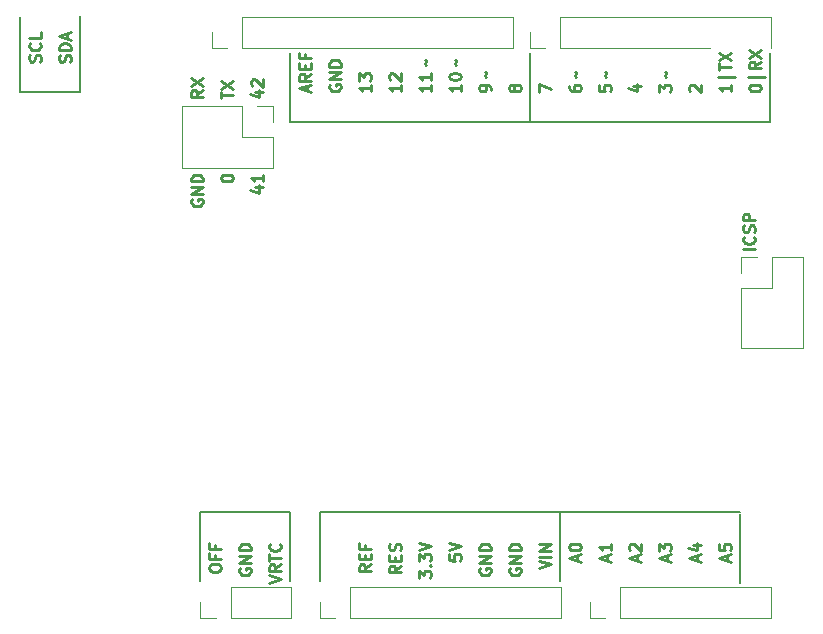
<source format=gbr>
%TF.GenerationSoftware,KiCad,Pcbnew,(6.0.10)*%
%TF.CreationDate,2023-07-13T12:22:52-04:00*%
%TF.ProjectId,ArduinoUnoR4Shield,41726475-696e-46f5-956e-6f5234536869,1.0*%
%TF.SameCoordinates,Original*%
%TF.FileFunction,Legend,Top*%
%TF.FilePolarity,Positive*%
%FSLAX46Y46*%
G04 Gerber Fmt 4.6, Leading zero omitted, Abs format (unit mm)*
G04 Created by KiCad (PCBNEW (6.0.10)) date 2023-07-13 12:22:52*
%MOMM*%
%LPD*%
G01*
G04 APERTURE LIST*
%ADD10C,0.150000*%
%ADD11C,0.250000*%
%ADD12C,0.120000*%
G04 APERTURE END LIST*
D10*
X123190000Y-109220000D02*
X123190000Y-115062000D01*
X153670000Y-109220000D02*
X153670000Y-115062000D01*
X130810000Y-109220000D02*
X123190000Y-109220000D01*
X151130000Y-76200000D02*
X151130000Y-70358000D01*
X130810000Y-109220000D02*
X130810000Y-115062000D01*
X171450000Y-76200000D02*
X171450000Y-70358000D01*
X133350000Y-115062000D02*
X133350000Y-109220000D01*
X113030000Y-73660000D02*
X107950000Y-73660000D01*
X153670000Y-109220000D02*
X168910000Y-109220000D01*
X130810000Y-76200000D02*
X130810000Y-70358000D01*
X107950000Y-73660000D02*
X107950000Y-67310000D01*
X171450000Y-76200000D02*
X151130000Y-76200000D01*
X133350000Y-109220000D02*
X153670000Y-109220000D01*
X168910000Y-109347000D02*
X168910000Y-115189000D01*
X151130000Y-76200000D02*
X130810000Y-76200000D01*
X113030000Y-73533000D02*
X113030000Y-67183000D01*
D11*
X162012380Y-73608642D02*
X162012380Y-72989595D01*
X162393333Y-73322928D01*
X162393333Y-73180071D01*
X162440952Y-73084833D01*
X162488571Y-73037214D01*
X162583809Y-72989595D01*
X162821904Y-72989595D01*
X162917142Y-73037214D01*
X162964761Y-73084833D01*
X163012380Y-73180071D01*
X163012380Y-73465785D01*
X162964761Y-73561023D01*
X162917142Y-73608642D01*
X160186666Y-113287547D02*
X160186666Y-112811357D01*
X160472380Y-113382785D02*
X159472380Y-113049452D01*
X160472380Y-112716119D01*
X159567619Y-112430404D02*
X159520000Y-112382785D01*
X159472380Y-112287547D01*
X159472380Y-112049452D01*
X159520000Y-111954214D01*
X159567619Y-111906595D01*
X159662857Y-111858976D01*
X159758095Y-111858976D01*
X159900952Y-111906595D01*
X160472380Y-112478023D01*
X160472380Y-111858976D01*
X112164761Y-71064285D02*
X112212380Y-70921428D01*
X112212380Y-70683333D01*
X112164761Y-70588095D01*
X112117142Y-70540476D01*
X112021904Y-70492857D01*
X111926666Y-70492857D01*
X111831428Y-70540476D01*
X111783809Y-70588095D01*
X111736190Y-70683333D01*
X111688571Y-70873809D01*
X111640952Y-70969047D01*
X111593333Y-71016666D01*
X111498095Y-71064285D01*
X111402857Y-71064285D01*
X111307619Y-71016666D01*
X111260000Y-70969047D01*
X111212380Y-70873809D01*
X111212380Y-70635714D01*
X111260000Y-70492857D01*
X112212380Y-70064285D02*
X111212380Y-70064285D01*
X111212380Y-69826190D01*
X111260000Y-69683333D01*
X111355238Y-69588095D01*
X111450476Y-69540476D01*
X111640952Y-69492857D01*
X111783809Y-69492857D01*
X111974285Y-69540476D01*
X112069523Y-69588095D01*
X112164761Y-69683333D01*
X112212380Y-69826190D01*
X112212380Y-70064285D01*
X111926666Y-69111904D02*
X111926666Y-68635714D01*
X112212380Y-69207142D02*
X111212380Y-68873809D01*
X112212380Y-68540476D01*
X156932380Y-73037214D02*
X156932380Y-73513404D01*
X157408571Y-73561023D01*
X157360952Y-73513404D01*
X157313333Y-73418166D01*
X157313333Y-73180071D01*
X157360952Y-73084833D01*
X157408571Y-73037214D01*
X157503809Y-72989595D01*
X157741904Y-72989595D01*
X157837142Y-73037214D01*
X157884761Y-73084833D01*
X157932380Y-73180071D01*
X157932380Y-73418166D01*
X157884761Y-73513404D01*
X157837142Y-73561023D01*
X145232380Y-72989595D02*
X145232380Y-73561023D01*
X145232380Y-73275309D02*
X144232380Y-73275309D01*
X144375238Y-73370547D01*
X144470476Y-73465785D01*
X144518095Y-73561023D01*
X144232380Y-72370547D02*
X144232380Y-72275309D01*
X144280000Y-72180071D01*
X144327619Y-72132452D01*
X144422857Y-72084833D01*
X144613333Y-72037214D01*
X144851428Y-72037214D01*
X145041904Y-72084833D01*
X145137142Y-72132452D01*
X145184761Y-72180071D01*
X145232380Y-72275309D01*
X145232380Y-72370547D01*
X145184761Y-72465785D01*
X145137142Y-72513404D01*
X145041904Y-72561023D01*
X144851428Y-72608642D01*
X144613333Y-72608642D01*
X144422857Y-72561023D01*
X144327619Y-72513404D01*
X144280000Y-72465785D01*
X144232380Y-72370547D01*
X134120000Y-72989595D02*
X134072380Y-73084833D01*
X134072380Y-73227690D01*
X134120000Y-73370547D01*
X134215238Y-73465785D01*
X134310476Y-73513404D01*
X134500952Y-73561023D01*
X134643809Y-73561023D01*
X134834285Y-73513404D01*
X134929523Y-73465785D01*
X135024761Y-73370547D01*
X135072380Y-73227690D01*
X135072380Y-73132452D01*
X135024761Y-72989595D01*
X134977142Y-72941976D01*
X134643809Y-72941976D01*
X134643809Y-73132452D01*
X135072380Y-72513404D02*
X134072380Y-72513404D01*
X135072380Y-71941976D01*
X134072380Y-71941976D01*
X135072380Y-71465785D02*
X134072380Y-71465785D01*
X134072380Y-71227690D01*
X134120000Y-71084833D01*
X134215238Y-70989595D01*
X134310476Y-70941976D01*
X134500952Y-70894357D01*
X134643809Y-70894357D01*
X134834285Y-70941976D01*
X134929523Y-70989595D01*
X135024761Y-71084833D01*
X135072380Y-71227690D01*
X135072380Y-71465785D01*
X144851428Y-71370261D02*
X144803809Y-71322642D01*
X144756190Y-71227404D01*
X144851428Y-71036928D01*
X144803809Y-70941690D01*
X144756190Y-70894071D01*
X126500000Y-113954214D02*
X126452380Y-114049452D01*
X126452380Y-114192309D01*
X126500000Y-114335166D01*
X126595238Y-114430404D01*
X126690476Y-114478023D01*
X126880952Y-114525642D01*
X127023809Y-114525642D01*
X127214285Y-114478023D01*
X127309523Y-114430404D01*
X127404761Y-114335166D01*
X127452380Y-114192309D01*
X127452380Y-114097071D01*
X127404761Y-113954214D01*
X127357142Y-113906595D01*
X127023809Y-113906595D01*
X127023809Y-114097071D01*
X127452380Y-113478023D02*
X126452380Y-113478023D01*
X127452380Y-112906595D01*
X126452380Y-112906595D01*
X127452380Y-112430404D02*
X126452380Y-112430404D01*
X126452380Y-112192309D01*
X126500000Y-112049452D01*
X126595238Y-111954214D01*
X126690476Y-111906595D01*
X126880952Y-111858976D01*
X127023809Y-111858976D01*
X127214285Y-111906595D01*
X127309523Y-111954214D01*
X127404761Y-112049452D01*
X127452380Y-112192309D01*
X127452380Y-112430404D01*
X137612380Y-113620880D02*
X137136190Y-113954214D01*
X137612380Y-114192309D02*
X136612380Y-114192309D01*
X136612380Y-113811357D01*
X136660000Y-113716119D01*
X136707619Y-113668500D01*
X136802857Y-113620880D01*
X136945714Y-113620880D01*
X137040952Y-113668500D01*
X137088571Y-113716119D01*
X137136190Y-113811357D01*
X137136190Y-114192309D01*
X137088571Y-113192309D02*
X137088571Y-112858976D01*
X137612380Y-112716119D02*
X137612380Y-113192309D01*
X136612380Y-113192309D01*
X136612380Y-112716119D01*
X137088571Y-111954214D02*
X137088571Y-112287547D01*
X137612380Y-112287547D02*
X136612380Y-112287547D01*
X136612380Y-111811357D01*
X147391428Y-72386261D02*
X147343809Y-72338642D01*
X147296190Y-72243404D01*
X147391428Y-72052928D01*
X147343809Y-71957690D01*
X147296190Y-71910071D01*
X127801714Y-73592833D02*
X128468380Y-73592833D01*
X127420761Y-73830928D02*
X128135047Y-74069023D01*
X128135047Y-73449976D01*
X127563619Y-73116642D02*
X127516000Y-73069023D01*
X127468380Y-72973785D01*
X127468380Y-72735690D01*
X127516000Y-72640452D01*
X127563619Y-72592833D01*
X127658857Y-72545214D01*
X127754095Y-72545214D01*
X127896952Y-72592833D01*
X128468380Y-73164261D01*
X128468380Y-72545214D01*
X137612380Y-72989595D02*
X137612380Y-73561023D01*
X137612380Y-73275309D02*
X136612380Y-73275309D01*
X136755238Y-73370547D01*
X136850476Y-73465785D01*
X136898095Y-73561023D01*
X136612380Y-72656261D02*
X136612380Y-72037214D01*
X136993333Y-72370547D01*
X136993333Y-72227690D01*
X137040952Y-72132452D01*
X137088571Y-72084833D01*
X137183809Y-72037214D01*
X137421904Y-72037214D01*
X137517142Y-72084833D01*
X137564761Y-72132452D01*
X137612380Y-72227690D01*
X137612380Y-72513404D01*
X137564761Y-72608642D01*
X137517142Y-72656261D01*
X122436000Y-82712214D02*
X122388380Y-82807452D01*
X122388380Y-82950309D01*
X122436000Y-83093166D01*
X122531238Y-83188404D01*
X122626476Y-83236023D01*
X122816952Y-83283642D01*
X122959809Y-83283642D01*
X123150285Y-83236023D01*
X123245523Y-83188404D01*
X123340761Y-83093166D01*
X123388380Y-82950309D01*
X123388380Y-82855071D01*
X123340761Y-82712214D01*
X123293142Y-82664595D01*
X122959809Y-82664595D01*
X122959809Y-82855071D01*
X123388380Y-82236023D02*
X122388380Y-82236023D01*
X123388380Y-81664595D01*
X122388380Y-81664595D01*
X123388380Y-81188404D02*
X122388380Y-81188404D01*
X122388380Y-80950309D01*
X122436000Y-80807452D01*
X122531238Y-80712214D01*
X122626476Y-80664595D01*
X122816952Y-80616976D01*
X122959809Y-80616976D01*
X123150285Y-80664595D01*
X123245523Y-80712214D01*
X123340761Y-80807452D01*
X123388380Y-80950309D01*
X123388380Y-81188404D01*
X123388380Y-73449976D02*
X122912190Y-73783309D01*
X123388380Y-74021404D02*
X122388380Y-74021404D01*
X122388380Y-73640452D01*
X122436000Y-73545214D01*
X122483619Y-73497595D01*
X122578857Y-73449976D01*
X122721714Y-73449976D01*
X122816952Y-73497595D01*
X122864571Y-73545214D01*
X122912190Y-73640452D01*
X122912190Y-74021404D01*
X122388380Y-73116642D02*
X123388380Y-72449976D01*
X122388380Y-72449976D02*
X123388380Y-73116642D01*
X127801714Y-81664595D02*
X128468380Y-81664595D01*
X127420761Y-81902690D02*
X128135047Y-82140785D01*
X128135047Y-81521738D01*
X128468380Y-80616976D02*
X128468380Y-81188404D01*
X128468380Y-80902690D02*
X127468380Y-80902690D01*
X127611238Y-80997928D01*
X127706476Y-81093166D01*
X127754095Y-81188404D01*
X159805714Y-73084833D02*
X160472380Y-73084833D01*
X159424761Y-73322928D02*
X160139047Y-73561023D01*
X160139047Y-72941976D01*
X151852380Y-73608642D02*
X151852380Y-72941976D01*
X152852380Y-73370547D01*
X141692380Y-114763738D02*
X141692380Y-114144690D01*
X142073333Y-114478023D01*
X142073333Y-114335166D01*
X142120952Y-114239928D01*
X142168571Y-114192309D01*
X142263809Y-114144690D01*
X142501904Y-114144690D01*
X142597142Y-114192309D01*
X142644761Y-114239928D01*
X142692380Y-114335166D01*
X142692380Y-114620880D01*
X142644761Y-114716119D01*
X142597142Y-114763738D01*
X142597142Y-113716119D02*
X142644761Y-113668500D01*
X142692380Y-113716119D01*
X142644761Y-113763738D01*
X142597142Y-113716119D01*
X142692380Y-113716119D01*
X141692380Y-113335166D02*
X141692380Y-112716119D01*
X142073333Y-113049452D01*
X142073333Y-112906595D01*
X142120952Y-112811357D01*
X142168571Y-112763738D01*
X142263809Y-112716119D01*
X142501904Y-112716119D01*
X142597142Y-112763738D01*
X142644761Y-112811357D01*
X142692380Y-112906595D01*
X142692380Y-113192309D01*
X142644761Y-113287547D01*
X142597142Y-113335166D01*
X141692380Y-112430404D02*
X142692380Y-112097071D01*
X141692380Y-111763738D01*
X132246666Y-73561023D02*
X132246666Y-73084833D01*
X132532380Y-73656261D02*
X131532380Y-73322928D01*
X132532380Y-72989595D01*
X132532380Y-72084833D02*
X132056190Y-72418166D01*
X132532380Y-72656261D02*
X131532380Y-72656261D01*
X131532380Y-72275309D01*
X131580000Y-72180071D01*
X131627619Y-72132452D01*
X131722857Y-72084833D01*
X131865714Y-72084833D01*
X131960952Y-72132452D01*
X132008571Y-72180071D01*
X132056190Y-72275309D01*
X132056190Y-72656261D01*
X132008571Y-71656261D02*
X132008571Y-71322928D01*
X132532380Y-71180071D02*
X132532380Y-71656261D01*
X131532380Y-71656261D01*
X131532380Y-71180071D01*
X132008571Y-70418166D02*
X132008571Y-70751500D01*
X132532380Y-70751500D02*
X131532380Y-70751500D01*
X131532380Y-70275309D01*
X149740952Y-73370547D02*
X149693333Y-73465785D01*
X149645714Y-73513404D01*
X149550476Y-73561023D01*
X149502857Y-73561023D01*
X149407619Y-73513404D01*
X149360000Y-73465785D01*
X149312380Y-73370547D01*
X149312380Y-73180071D01*
X149360000Y-73084833D01*
X149407619Y-73037214D01*
X149502857Y-72989595D01*
X149550476Y-72989595D01*
X149645714Y-73037214D01*
X149693333Y-73084833D01*
X149740952Y-73180071D01*
X149740952Y-73370547D01*
X149788571Y-73465785D01*
X149836190Y-73513404D01*
X149931428Y-73561023D01*
X150121904Y-73561023D01*
X150217142Y-73513404D01*
X150264761Y-73465785D01*
X150312380Y-73370547D01*
X150312380Y-73180071D01*
X150264761Y-73084833D01*
X150217142Y-73037214D01*
X150121904Y-72989595D01*
X149931428Y-72989595D01*
X149836190Y-73037214D01*
X149788571Y-73084833D01*
X149740952Y-73180071D01*
X157646666Y-113287547D02*
X157646666Y-112811357D01*
X157932380Y-113382785D02*
X156932380Y-113049452D01*
X157932380Y-112716119D01*
X157932380Y-111858976D02*
X157932380Y-112430404D01*
X157932380Y-112144690D02*
X156932380Y-112144690D01*
X157075238Y-112239928D01*
X157170476Y-112335166D01*
X157218095Y-112430404D01*
X168092380Y-72989595D02*
X168092380Y-73561023D01*
X168092380Y-73275309D02*
X167092380Y-73275309D01*
X167235238Y-73370547D01*
X167330476Y-73465785D01*
X167378095Y-73561023D01*
X168425714Y-72322928D02*
X166997142Y-72322928D01*
X167092380Y-71751500D02*
X167092380Y-71180071D01*
X168092380Y-71465785D02*
X167092380Y-71465785D01*
X167092380Y-70941976D02*
X168092380Y-70275309D01*
X167092380Y-70275309D02*
X168092380Y-70941976D01*
X155106666Y-113287547D02*
X155106666Y-112811357D01*
X155392380Y-113382785D02*
X154392380Y-113049452D01*
X155392380Y-112716119D01*
X154392380Y-112192309D02*
X154392380Y-112097071D01*
X154440000Y-112001833D01*
X154487619Y-111954214D01*
X154582857Y-111906595D01*
X154773333Y-111858976D01*
X155011428Y-111858976D01*
X155201904Y-111906595D01*
X155297142Y-111954214D01*
X155344761Y-112001833D01*
X155392380Y-112097071D01*
X155392380Y-112192309D01*
X155344761Y-112287547D01*
X155297142Y-112335166D01*
X155201904Y-112382785D01*
X155011428Y-112430404D01*
X154773333Y-112430404D01*
X154582857Y-112382785D01*
X154487619Y-112335166D01*
X154440000Y-112287547D01*
X154392380Y-112192309D01*
X124928380Y-74164261D02*
X124928380Y-73592833D01*
X125928380Y-73878547D02*
X124928380Y-73878547D01*
X124928380Y-73354738D02*
X125928380Y-72688071D01*
X124928380Y-72688071D02*
X125928380Y-73354738D01*
X151852380Y-113954214D02*
X152852380Y-113620880D01*
X151852380Y-113287547D01*
X152852380Y-112954214D02*
X151852380Y-112954214D01*
X152852380Y-112478023D02*
X151852380Y-112478023D01*
X152852380Y-111906595D01*
X151852380Y-111906595D01*
X146820000Y-113954214D02*
X146772380Y-114049452D01*
X146772380Y-114192309D01*
X146820000Y-114335166D01*
X146915238Y-114430404D01*
X147010476Y-114478023D01*
X147200952Y-114525642D01*
X147343809Y-114525642D01*
X147534285Y-114478023D01*
X147629523Y-114430404D01*
X147724761Y-114335166D01*
X147772380Y-114192309D01*
X147772380Y-114097071D01*
X147724761Y-113954214D01*
X147677142Y-113906595D01*
X147343809Y-113906595D01*
X147343809Y-114097071D01*
X147772380Y-113478023D02*
X146772380Y-113478023D01*
X147772380Y-112906595D01*
X146772380Y-112906595D01*
X147772380Y-112430404D02*
X146772380Y-112430404D01*
X146772380Y-112192309D01*
X146820000Y-112049452D01*
X146915238Y-111954214D01*
X147010476Y-111906595D01*
X147200952Y-111858976D01*
X147343809Y-111858976D01*
X147534285Y-111906595D01*
X147629523Y-111954214D01*
X147724761Y-112049452D01*
X147772380Y-112192309D01*
X147772380Y-112430404D01*
X157551428Y-72386261D02*
X157503809Y-72338642D01*
X157456190Y-72243404D01*
X157551428Y-72052928D01*
X157503809Y-71957690D01*
X157456190Y-71910071D01*
X164647619Y-73561023D02*
X164600000Y-73513404D01*
X164552380Y-73418166D01*
X164552380Y-73180071D01*
X164600000Y-73084833D01*
X164647619Y-73037214D01*
X164742857Y-72989595D01*
X164838095Y-72989595D01*
X164980952Y-73037214D01*
X165552380Y-73608642D01*
X165552380Y-72989595D01*
X147772380Y-73465785D02*
X147772380Y-73275309D01*
X147724761Y-73180071D01*
X147677142Y-73132452D01*
X147534285Y-73037214D01*
X147343809Y-72989595D01*
X146962857Y-72989595D01*
X146867619Y-73037214D01*
X146820000Y-73084833D01*
X146772380Y-73180071D01*
X146772380Y-73370547D01*
X146820000Y-73465785D01*
X146867619Y-73513404D01*
X146962857Y-73561023D01*
X147200952Y-73561023D01*
X147296190Y-73513404D01*
X147343809Y-73465785D01*
X147391428Y-73370547D01*
X147391428Y-73180071D01*
X147343809Y-73084833D01*
X147296190Y-73037214D01*
X147200952Y-72989595D01*
X142311428Y-71370261D02*
X142263809Y-71322642D01*
X142216190Y-71227404D01*
X142311428Y-71036928D01*
X142263809Y-70941690D01*
X142216190Y-70894071D01*
X162631428Y-72386261D02*
X162583809Y-72338642D01*
X162536190Y-72243404D01*
X162631428Y-72052928D01*
X162583809Y-71957690D01*
X162536190Y-71910071D01*
X144232380Y-112763738D02*
X144232380Y-113239928D01*
X144708571Y-113287547D01*
X144660952Y-113239928D01*
X144613333Y-113144690D01*
X144613333Y-112906595D01*
X144660952Y-112811357D01*
X144708571Y-112763738D01*
X144803809Y-112716119D01*
X145041904Y-112716119D01*
X145137142Y-112763738D01*
X145184761Y-112811357D01*
X145232380Y-112906595D01*
X145232380Y-113144690D01*
X145184761Y-113239928D01*
X145137142Y-113287547D01*
X144232380Y-112430404D02*
X145232380Y-112097071D01*
X144232380Y-111763738D01*
X142692380Y-72989595D02*
X142692380Y-73561023D01*
X142692380Y-73275309D02*
X141692380Y-73275309D01*
X141835238Y-73370547D01*
X141930476Y-73465785D01*
X141978095Y-73561023D01*
X142692380Y-72037214D02*
X142692380Y-72608642D01*
X142692380Y-72322928D02*
X141692380Y-72322928D01*
X141835238Y-72418166D01*
X141930476Y-72513404D01*
X141978095Y-72608642D01*
X140152380Y-72989595D02*
X140152380Y-73561023D01*
X140152380Y-73275309D02*
X139152380Y-73275309D01*
X139295238Y-73370547D01*
X139390476Y-73465785D01*
X139438095Y-73561023D01*
X139247619Y-72608642D02*
X139200000Y-72561023D01*
X139152380Y-72465785D01*
X139152380Y-72227690D01*
X139200000Y-72132452D01*
X139247619Y-72084833D01*
X139342857Y-72037214D01*
X139438095Y-72037214D01*
X139580952Y-72084833D01*
X140152380Y-72656261D01*
X140152380Y-72037214D01*
X140152380Y-113716119D02*
X139676190Y-114049452D01*
X140152380Y-114287547D02*
X139152380Y-114287547D01*
X139152380Y-113906595D01*
X139200000Y-113811357D01*
X139247619Y-113763738D01*
X139342857Y-113716119D01*
X139485714Y-113716119D01*
X139580952Y-113763738D01*
X139628571Y-113811357D01*
X139676190Y-113906595D01*
X139676190Y-114287547D01*
X139628571Y-113287547D02*
X139628571Y-112954214D01*
X140152380Y-112811357D02*
X140152380Y-113287547D01*
X139152380Y-113287547D01*
X139152380Y-112811357D01*
X140104761Y-112430404D02*
X140152380Y-112287547D01*
X140152380Y-112049452D01*
X140104761Y-111954214D01*
X140057142Y-111906595D01*
X139961904Y-111858976D01*
X139866666Y-111858976D01*
X139771428Y-111906595D01*
X139723809Y-111954214D01*
X139676190Y-112049452D01*
X139628571Y-112239928D01*
X139580952Y-112335166D01*
X139533333Y-112382785D01*
X139438095Y-112430404D01*
X139342857Y-112430404D01*
X139247619Y-112382785D01*
X139200000Y-112335166D01*
X139152380Y-112239928D01*
X139152380Y-112001833D01*
X139200000Y-111858976D01*
X165266666Y-113287547D02*
X165266666Y-112811357D01*
X165552380Y-113382785D02*
X164552380Y-113049452D01*
X165552380Y-112716119D01*
X164885714Y-111954214D02*
X165552380Y-111954214D01*
X164504761Y-112192309D02*
X165219047Y-112430404D01*
X165219047Y-111811357D01*
X123912380Y-114001833D02*
X123912380Y-113811357D01*
X123960000Y-113716119D01*
X124055238Y-113620880D01*
X124245714Y-113573261D01*
X124579047Y-113573261D01*
X124769523Y-113620880D01*
X124864761Y-113716119D01*
X124912380Y-113811357D01*
X124912380Y-114001833D01*
X124864761Y-114097071D01*
X124769523Y-114192309D01*
X124579047Y-114239928D01*
X124245714Y-114239928D01*
X124055238Y-114192309D01*
X123960000Y-114097071D01*
X123912380Y-114001833D01*
X124388571Y-112811357D02*
X124388571Y-113144690D01*
X124912380Y-113144690D02*
X123912380Y-113144690D01*
X123912380Y-112668500D01*
X124388571Y-111954214D02*
X124388571Y-112287547D01*
X124912380Y-112287547D02*
X123912380Y-112287547D01*
X123912380Y-111811357D01*
X169632380Y-73322928D02*
X169632380Y-73227690D01*
X169680000Y-73132452D01*
X169727619Y-73084833D01*
X169822857Y-73037214D01*
X170013333Y-72989595D01*
X170251428Y-72989595D01*
X170441904Y-73037214D01*
X170537142Y-73084833D01*
X170584761Y-73132452D01*
X170632380Y-73227690D01*
X170632380Y-73322928D01*
X170584761Y-73418166D01*
X170537142Y-73465785D01*
X170441904Y-73513404D01*
X170251428Y-73561023D01*
X170013333Y-73561023D01*
X169822857Y-73513404D01*
X169727619Y-73465785D01*
X169680000Y-73418166D01*
X169632380Y-73322928D01*
X170965714Y-72322928D02*
X169537142Y-72322928D01*
X170632380Y-71037214D02*
X170156190Y-71370547D01*
X170632380Y-71608642D02*
X169632380Y-71608642D01*
X169632380Y-71227690D01*
X169680000Y-71132452D01*
X169727619Y-71084833D01*
X169822857Y-71037214D01*
X169965714Y-71037214D01*
X170060952Y-71084833D01*
X170108571Y-71132452D01*
X170156190Y-71227690D01*
X170156190Y-71608642D01*
X169632380Y-70703880D02*
X170632380Y-70037214D01*
X169632380Y-70037214D02*
X170632380Y-70703880D01*
X154392380Y-73084833D02*
X154392380Y-73275309D01*
X154440000Y-73370547D01*
X154487619Y-73418166D01*
X154630476Y-73513404D01*
X154820952Y-73561023D01*
X155201904Y-73561023D01*
X155297142Y-73513404D01*
X155344761Y-73465785D01*
X155392380Y-73370547D01*
X155392380Y-73180071D01*
X155344761Y-73084833D01*
X155297142Y-73037214D01*
X155201904Y-72989595D01*
X154963809Y-72989595D01*
X154868571Y-73037214D01*
X154820952Y-73084833D01*
X154773333Y-73180071D01*
X154773333Y-73370547D01*
X154820952Y-73465785D01*
X154868571Y-73513404D01*
X154963809Y-73561023D01*
X149360000Y-113954214D02*
X149312380Y-114049452D01*
X149312380Y-114192309D01*
X149360000Y-114335166D01*
X149455238Y-114430404D01*
X149550476Y-114478023D01*
X149740952Y-114525642D01*
X149883809Y-114525642D01*
X150074285Y-114478023D01*
X150169523Y-114430404D01*
X150264761Y-114335166D01*
X150312380Y-114192309D01*
X150312380Y-114097071D01*
X150264761Y-113954214D01*
X150217142Y-113906595D01*
X149883809Y-113906595D01*
X149883809Y-114097071D01*
X150312380Y-113478023D02*
X149312380Y-113478023D01*
X150312380Y-112906595D01*
X149312380Y-112906595D01*
X150312380Y-112430404D02*
X149312380Y-112430404D01*
X149312380Y-112192309D01*
X149360000Y-112049452D01*
X149455238Y-111954214D01*
X149550476Y-111906595D01*
X149740952Y-111858976D01*
X149883809Y-111858976D01*
X150074285Y-111906595D01*
X150169523Y-111954214D01*
X150264761Y-112049452D01*
X150312380Y-112192309D01*
X150312380Y-112430404D01*
X170124380Y-86918976D02*
X169124380Y-86918976D01*
X170029142Y-85871357D02*
X170076761Y-85918976D01*
X170124380Y-86061833D01*
X170124380Y-86157071D01*
X170076761Y-86299928D01*
X169981523Y-86395166D01*
X169886285Y-86442785D01*
X169695809Y-86490404D01*
X169552952Y-86490404D01*
X169362476Y-86442785D01*
X169267238Y-86395166D01*
X169172000Y-86299928D01*
X169124380Y-86157071D01*
X169124380Y-86061833D01*
X169172000Y-85918976D01*
X169219619Y-85871357D01*
X170076761Y-85490404D02*
X170124380Y-85347547D01*
X170124380Y-85109452D01*
X170076761Y-85014214D01*
X170029142Y-84966595D01*
X169933904Y-84918976D01*
X169838666Y-84918976D01*
X169743428Y-84966595D01*
X169695809Y-85014214D01*
X169648190Y-85109452D01*
X169600571Y-85299928D01*
X169552952Y-85395166D01*
X169505333Y-85442785D01*
X169410095Y-85490404D01*
X169314857Y-85490404D01*
X169219619Y-85442785D01*
X169172000Y-85395166D01*
X169124380Y-85299928D01*
X169124380Y-85061833D01*
X169172000Y-84918976D01*
X170124380Y-84490404D02*
X169124380Y-84490404D01*
X169124380Y-84109452D01*
X169172000Y-84014214D01*
X169219619Y-83966595D01*
X169314857Y-83918976D01*
X169457714Y-83918976D01*
X169552952Y-83966595D01*
X169600571Y-84014214D01*
X169648190Y-84109452D01*
X169648190Y-84490404D01*
X128992380Y-115192309D02*
X129992380Y-114858976D01*
X128992380Y-114525642D01*
X129992380Y-113620880D02*
X129516190Y-113954214D01*
X129992380Y-114192309D02*
X128992380Y-114192309D01*
X128992380Y-113811357D01*
X129040000Y-113716119D01*
X129087619Y-113668500D01*
X129182857Y-113620880D01*
X129325714Y-113620880D01*
X129420952Y-113668500D01*
X129468571Y-113716119D01*
X129516190Y-113811357D01*
X129516190Y-114192309D01*
X128992380Y-113335166D02*
X128992380Y-112763738D01*
X129992380Y-113049452D02*
X128992380Y-113049452D01*
X129897142Y-111858976D02*
X129944761Y-111906595D01*
X129992380Y-112049452D01*
X129992380Y-112144690D01*
X129944761Y-112287547D01*
X129849523Y-112382785D01*
X129754285Y-112430404D01*
X129563809Y-112478023D01*
X129420952Y-112478023D01*
X129230476Y-112430404D01*
X129135238Y-112382785D01*
X129040000Y-112287547D01*
X128992380Y-112144690D01*
X128992380Y-112049452D01*
X129040000Y-111906595D01*
X129087619Y-111858976D01*
X162726666Y-113287547D02*
X162726666Y-112811357D01*
X163012380Y-113382785D02*
X162012380Y-113049452D01*
X163012380Y-112716119D01*
X162012380Y-112478023D02*
X162012380Y-111858976D01*
X162393333Y-112192309D01*
X162393333Y-112049452D01*
X162440952Y-111954214D01*
X162488571Y-111906595D01*
X162583809Y-111858976D01*
X162821904Y-111858976D01*
X162917142Y-111906595D01*
X162964761Y-111954214D01*
X163012380Y-112049452D01*
X163012380Y-112335166D01*
X162964761Y-112430404D01*
X162917142Y-112478023D01*
X109624761Y-71040476D02*
X109672380Y-70897619D01*
X109672380Y-70659523D01*
X109624761Y-70564285D01*
X109577142Y-70516666D01*
X109481904Y-70469047D01*
X109386666Y-70469047D01*
X109291428Y-70516666D01*
X109243809Y-70564285D01*
X109196190Y-70659523D01*
X109148571Y-70850000D01*
X109100952Y-70945238D01*
X109053333Y-70992857D01*
X108958095Y-71040476D01*
X108862857Y-71040476D01*
X108767619Y-70992857D01*
X108720000Y-70945238D01*
X108672380Y-70850000D01*
X108672380Y-70611904D01*
X108720000Y-70469047D01*
X109577142Y-69469047D02*
X109624761Y-69516666D01*
X109672380Y-69659523D01*
X109672380Y-69754761D01*
X109624761Y-69897619D01*
X109529523Y-69992857D01*
X109434285Y-70040476D01*
X109243809Y-70088095D01*
X109100952Y-70088095D01*
X108910476Y-70040476D01*
X108815238Y-69992857D01*
X108720000Y-69897619D01*
X108672380Y-69754761D01*
X108672380Y-69659523D01*
X108720000Y-69516666D01*
X108767619Y-69469047D01*
X109672380Y-68564285D02*
X109672380Y-69040476D01*
X108672380Y-69040476D01*
X124928380Y-80950309D02*
X124928380Y-80855071D01*
X124976000Y-80759833D01*
X125023619Y-80712214D01*
X125118857Y-80664595D01*
X125309333Y-80616976D01*
X125547428Y-80616976D01*
X125737904Y-80664595D01*
X125833142Y-80712214D01*
X125880761Y-80759833D01*
X125928380Y-80855071D01*
X125928380Y-80950309D01*
X125880761Y-81045547D01*
X125833142Y-81093166D01*
X125737904Y-81140785D01*
X125547428Y-81188404D01*
X125309333Y-81188404D01*
X125118857Y-81140785D01*
X125023619Y-81093166D01*
X124976000Y-81045547D01*
X124928380Y-80950309D01*
X167806666Y-113287547D02*
X167806666Y-112811357D01*
X168092380Y-113382785D02*
X167092380Y-113049452D01*
X168092380Y-112716119D01*
X167092380Y-111906595D02*
X167092380Y-112382785D01*
X167568571Y-112430404D01*
X167520952Y-112382785D01*
X167473333Y-112287547D01*
X167473333Y-112049452D01*
X167520952Y-111954214D01*
X167568571Y-111906595D01*
X167663809Y-111858976D01*
X167901904Y-111858976D01*
X167997142Y-111906595D01*
X168044761Y-111954214D01*
X168092380Y-112049452D01*
X168092380Y-112287547D01*
X168044761Y-112382785D01*
X167997142Y-112430404D01*
X155011428Y-72386261D02*
X154963809Y-72338642D01*
X154916190Y-72243404D01*
X155011428Y-72052928D01*
X154963809Y-71957690D01*
X154916190Y-71910071D01*
D12*
%TO.C,U1*%
X130884990Y-118170010D02*
X130884990Y-115510010D01*
X125744990Y-118170010D02*
X130884990Y-118170010D01*
X125744990Y-115510010D02*
X130884990Y-115510010D01*
X125744990Y-118170010D02*
X125744990Y-115510010D01*
X123144990Y-118170010D02*
X123144990Y-116840010D01*
X124474990Y-118170010D02*
X123144990Y-118170010D01*
%TO.C,U5*%
X168971990Y-95325010D02*
X174171990Y-95325010D01*
X171571990Y-90185010D02*
X171571990Y-87585010D01*
X168971990Y-90185010D02*
X171571990Y-90185010D01*
X174171990Y-87585010D02*
X174171990Y-95325010D01*
X168971990Y-88915010D02*
X168971990Y-87585010D01*
X168971990Y-90185010D02*
X168971990Y-95325010D01*
X171571990Y-87585010D02*
X174171990Y-87585010D01*
X168971990Y-87585010D02*
X170301990Y-87585010D01*
%TO.C,U7*%
X153669990Y-67250010D02*
X171509990Y-67250010D01*
X153669990Y-69910010D02*
X166369990Y-69910010D01*
X151069990Y-69910010D02*
X151069990Y-68580010D01*
X171509990Y-69910010D02*
X171509990Y-67250010D01*
X152399990Y-69910010D02*
X151069990Y-69910010D01*
X153669990Y-69910010D02*
X153669990Y-67250010D01*
%TO.C,U6*%
X149666000Y-69910000D02*
X149666000Y-67250000D01*
X126746000Y-67250000D02*
X149666000Y-67250000D01*
X125476000Y-69910000D02*
X124146000Y-69910000D01*
X124146000Y-69910000D02*
X124146000Y-68580000D01*
X126746000Y-69910000D02*
X126746000Y-67250000D01*
X126746000Y-69910000D02*
X149666000Y-69910000D01*
%TO.C,U3*%
X158750000Y-118170000D02*
X171510000Y-118170000D01*
X171510000Y-118170000D02*
X171510000Y-115510000D01*
X158750000Y-118170000D02*
X158750000Y-115510000D01*
X157480000Y-118170000D02*
X156150000Y-118170000D01*
X158750000Y-115510000D02*
X171510000Y-115510000D01*
X156150000Y-118170000D02*
X156150000Y-116840000D01*
%TO.C,U2*%
X153730000Y-118170000D02*
X153730000Y-115510000D01*
X134620000Y-118170000D02*
X133290000Y-118170000D01*
X133290000Y-118170000D02*
X133290000Y-116840000D01*
X135890000Y-118170000D02*
X135890000Y-115510000D01*
X135890000Y-115510000D02*
X153730000Y-115510000D01*
X135890000Y-118170000D02*
X153730000Y-118170000D01*
%TO.C,U4*%
X126746000Y-74819200D02*
X126746000Y-77419200D01*
X126746000Y-74819200D02*
X121606000Y-74819200D01*
X121606000Y-74819200D02*
X121606000Y-80019200D01*
X129346000Y-80019200D02*
X121606000Y-80019200D01*
X129346000Y-77419200D02*
X129346000Y-80019200D01*
X129346000Y-74819200D02*
X129346000Y-76149200D01*
X126746000Y-77419200D02*
X129346000Y-77419200D01*
X128016000Y-74819200D02*
X129346000Y-74819200D01*
%TD*%
M02*

</source>
